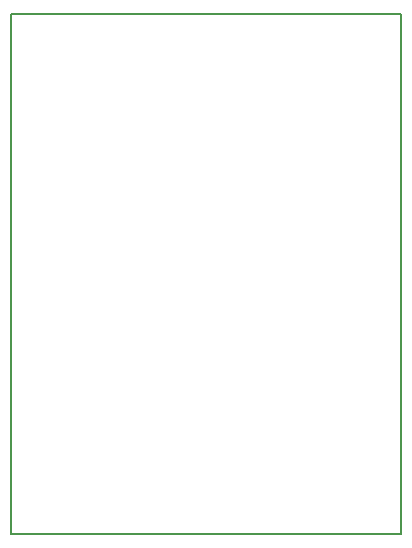
<source format=gbr>
G04 #@! TF.GenerationSoftware,KiCad,Pcbnew,5.1.2-f72e74a~84~ubuntu18.04.1*
G04 #@! TF.CreationDate,2019-05-19T10:24:28+02:00*
G04 #@! TF.ProjectId,lowpower,6c6f7770-6f77-4657-922e-6b696361645f,rev?*
G04 #@! TF.SameCoordinates,Original*
G04 #@! TF.FileFunction,Profile,NP*
%FSLAX46Y46*%
G04 Gerber Fmt 4.6, Leading zero omitted, Abs format (unit mm)*
G04 Created by KiCad (PCBNEW 5.1.2-f72e74a~84~ubuntu18.04.1) date 2019-05-19 10:24:28*
%MOMM*%
%LPD*%
G04 APERTURE LIST*
%ADD10C,0.200000*%
G04 APERTURE END LIST*
D10*
X93000000Y-50000000D02*
X60000000Y-50000000D01*
X93000000Y-50000000D02*
X93000000Y-94000000D01*
X60000000Y-94000000D02*
X93000000Y-94000000D01*
X60000000Y-50000000D02*
X60000000Y-94000000D01*
M02*

</source>
